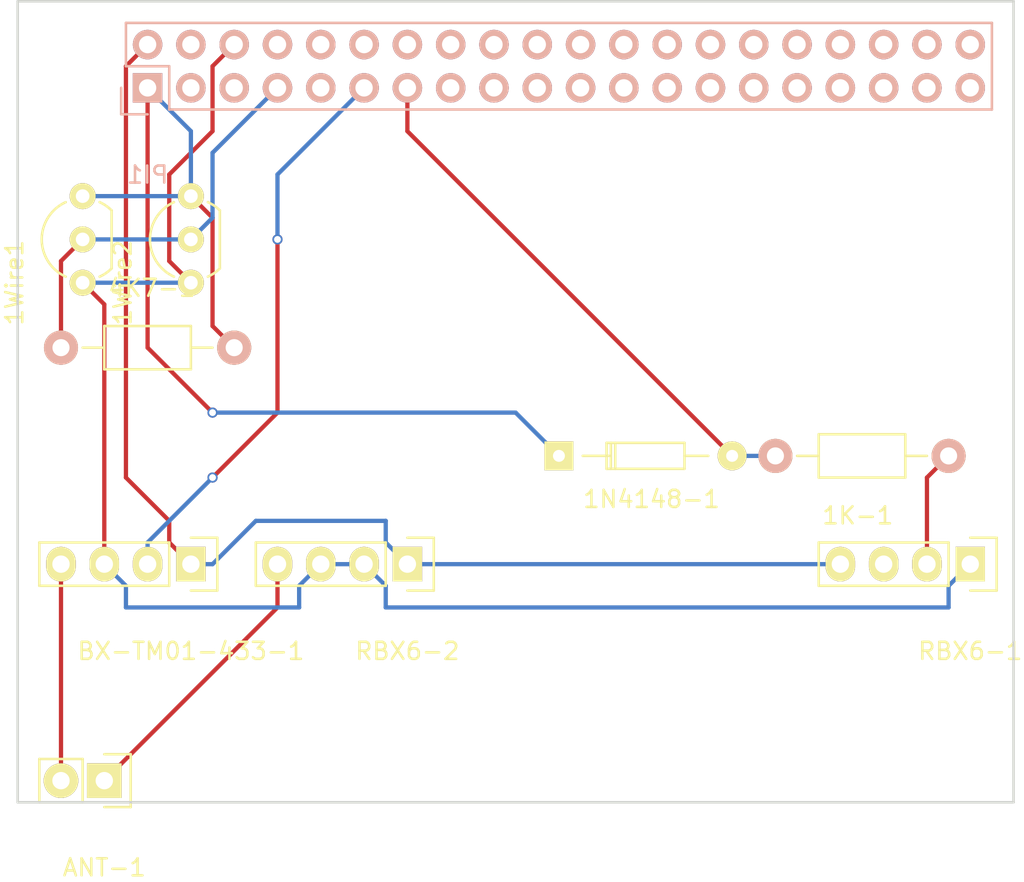
<source format=kicad_pcb>
(kicad_pcb (version 4) (host pcbnew 4.0.0-rc1-stable)

  (general
    (links 22)
    (no_connects 0)
    (area -791.285001 -34.365001 -732.714999 12.775001)
    (thickness 1.6)
    (drawings 4)
    (tracks 67)
    (zones 0)
    (modules 10)
    (nets 45)
  )

  (page A)
  (layers
    (0 F.Cu signal)
    (31 B.Cu signal)
    (32 B.Adhes user)
    (33 F.Adhes user)
    (34 B.Paste user)
    (35 F.Paste user)
    (36 B.SilkS user)
    (37 F.SilkS user)
    (38 B.Mask user)
    (39 F.Mask user)
    (40 Dwgs.User user)
    (41 Cmts.User user)
    (42 Eco1.User user)
    (43 Eco2.User user)
    (44 Edge.Cuts user)
    (45 Margin user)
    (46 B.CrtYd user)
    (47 F.CrtYd user)
    (48 B.Fab user)
    (49 F.Fab user)
  )

  (setup
    (last_trace_width 0.25)
    (trace_clearance 0.2)
    (zone_clearance 0.508)
    (zone_45_only no)
    (trace_min 0.2)
    (segment_width 0.2)
    (edge_width 0.15)
    (via_size 0.6)
    (via_drill 0.4)
    (via_min_size 0.4)
    (via_min_drill 0.3)
    (uvia_size 0.3)
    (uvia_drill 0.1)
    (uvias_allowed no)
    (uvia_min_size 0.2)
    (uvia_min_drill 0.1)
    (pcb_text_width 0.3)
    (pcb_text_size 1.5 1.5)
    (mod_edge_width 0.15)
    (mod_text_size 1 1)
    (mod_text_width 0.15)
    (pad_size 1.524 1.524)
    (pad_drill 0.762)
    (pad_to_mask_clearance 0.2)
    (aux_axis_origin 0 0)
    (visible_elements 7FFFFFFF)
    (pcbplotparams
      (layerselection 0x00030_80000001)
      (usegerberextensions false)
      (excludeedgelayer true)
      (linewidth 0.100000)
      (plotframeref false)
      (viasonmask false)
      (mode 1)
      (useauxorigin false)
      (hpglpennumber 1)
      (hpglpenspeed 20)
      (hpglpendiameter 15)
      (hpglpenoverlay 2)
      (psnegative false)
      (psa4output false)
      (plotreference true)
      (plotvalue true)
      (plotinvisibletext false)
      (padsonsilk false)
      (subtractmaskfromsilk false)
      (outputformat 1)
      (mirror false)
      (drillshape 1)
      (scaleselection 1)
      (outputdirectory ""))
  )

  (net 0 "")
  (net 1 "Net-(1Wire1-Pad2)")
  (net 2 "Net-(1Wire1-Pad1)")
  (net 3 "Net-(RBX6-1-Pad3)")
  (net 4 "Net-(BX-TM01-433-1-Pad1)")
  (net 5 "Net-(BX-TM01-433-1-Pad2)")
  (net 6 "Net-(PI1-Pad3)")
  (net 7 "Net-(PI1-Pad4)")
  (net 8 "Net-(PI1-Pad5)")
  (net 9 "Net-(PI1-Pad8)")
  (net 10 "Net-(PI1-Pad9)")
  (net 11 "Net-(PI1-Pad10)")
  (net 12 "Net-(PI1-Pad12)")
  (net 13 "Net-(PI1-Pad14)")
  (net 14 "Net-(PI1-Pad15)")
  (net 15 "Net-(PI1-Pad16)")
  (net 16 "Net-(PI1-Pad17)")
  (net 17 "Net-(PI1-Pad18)")
  (net 18 "Net-(PI1-Pad19)")
  (net 19 "Net-(PI1-Pad20)")
  (net 20 "Net-(PI1-Pad21)")
  (net 21 "Net-(PI1-Pad22)")
  (net 22 "Net-(PI1-Pad23)")
  (net 23 "Net-(PI1-Pad24)")
  (net 24 "Net-(PI1-Pad25)")
  (net 25 "Net-(PI1-Pad26)")
  (net 26 "Net-(PI1-Pad27)")
  (net 27 "Net-(PI1-Pad28)")
  (net 28 "Net-(PI1-Pad29)")
  (net 29 "Net-(PI1-Pad30)")
  (net 30 "Net-(PI1-Pad31)")
  (net 31 "Net-(PI1-Pad32)")
  (net 32 "Net-(PI1-Pad33)")
  (net 33 "Net-(PI1-Pad34)")
  (net 34 "Net-(PI1-Pad35)")
  (net 35 "Net-(PI1-Pad36)")
  (net 36 "Net-(PI1-Pad37)")
  (net 37 "Net-(PI1-Pad38)")
  (net 38 "Net-(PI1-Pad39)")
  (net 39 "Net-(PI1-Pad40)")
  (net 40 "Net-(1K-1-Pad1)")
  (net 41 "Net-(1K-1-Pad2)")
  (net 42 "Net-(1N4148-1-Pad1)")
  (net 43 "Net-(ANT-1-Pad1)")
  (net 44 "Net-(ANT-1-Pad2)")

  (net_class Default "This is the default net class."
    (clearance 0.2)
    (trace_width 0.25)
    (via_dia 0.6)
    (via_drill 0.4)
    (uvia_dia 0.3)
    (uvia_drill 0.1)
    (add_net "Net-(1K-1-Pad1)")
    (add_net "Net-(1K-1-Pad2)")
    (add_net "Net-(1N4148-1-Pad1)")
    (add_net "Net-(1Wire1-Pad1)")
    (add_net "Net-(1Wire1-Pad2)")
    (add_net "Net-(ANT-1-Pad1)")
    (add_net "Net-(ANT-1-Pad2)")
    (add_net "Net-(BX-TM01-433-1-Pad1)")
    (add_net "Net-(BX-TM01-433-1-Pad2)")
    (add_net "Net-(PI1-Pad10)")
    (add_net "Net-(PI1-Pad12)")
    (add_net "Net-(PI1-Pad14)")
    (add_net "Net-(PI1-Pad15)")
    (add_net "Net-(PI1-Pad16)")
    (add_net "Net-(PI1-Pad17)")
    (add_net "Net-(PI1-Pad18)")
    (add_net "Net-(PI1-Pad19)")
    (add_net "Net-(PI1-Pad20)")
    (add_net "Net-(PI1-Pad21)")
    (add_net "Net-(PI1-Pad22)")
    (add_net "Net-(PI1-Pad23)")
    (add_net "Net-(PI1-Pad24)")
    (add_net "Net-(PI1-Pad25)")
    (add_net "Net-(PI1-Pad26)")
    (add_net "Net-(PI1-Pad27)")
    (add_net "Net-(PI1-Pad28)")
    (add_net "Net-(PI1-Pad29)")
    (add_net "Net-(PI1-Pad3)")
    (add_net "Net-(PI1-Pad30)")
    (add_net "Net-(PI1-Pad31)")
    (add_net "Net-(PI1-Pad32)")
    (add_net "Net-(PI1-Pad33)")
    (add_net "Net-(PI1-Pad34)")
    (add_net "Net-(PI1-Pad35)")
    (add_net "Net-(PI1-Pad36)")
    (add_net "Net-(PI1-Pad37)")
    (add_net "Net-(PI1-Pad38)")
    (add_net "Net-(PI1-Pad39)")
    (add_net "Net-(PI1-Pad4)")
    (add_net "Net-(PI1-Pad40)")
    (add_net "Net-(PI1-Pad5)")
    (add_net "Net-(PI1-Pad8)")
    (add_net "Net-(PI1-Pad9)")
    (add_net "Net-(RBX6-1-Pad3)")
  )

  (module Socket_Strips:Socket_Strip_Straight_1x04 (layer F.Cu) (tedit 561C638F) (tstamp 561C32F8)
    (at -781.05 -1.27 180)
    (descr "Through hole socket strip")
    (tags "socket strip")
    (path /561C5453)
    (fp_text reference BX-TM01-433-1 (at 0 -5.1 180) (layer F.SilkS)
      (effects (font (size 1 1) (thickness 0.15)))
    )
    (fp_text value BX-TM01-433 (at 0 -3.1 180) (layer F.Fab)
      (effects (font (size 1 1) (thickness 0.15)))
    )
    (fp_line (start -1.75 -1.75) (end -1.75 1.75) (layer F.CrtYd) (width 0.05))
    (fp_line (start 9.4 -1.75) (end 9.4 1.75) (layer F.CrtYd) (width 0.05))
    (fp_line (start -1.75 -1.75) (end 9.4 -1.75) (layer F.CrtYd) (width 0.05))
    (fp_line (start -1.75 1.75) (end 9.4 1.75) (layer F.CrtYd) (width 0.05))
    (fp_line (start 1.27 -1.27) (end 8.89 -1.27) (layer F.SilkS) (width 0.15))
    (fp_line (start 1.27 1.27) (end 8.89 1.27) (layer F.SilkS) (width 0.15))
    (fp_line (start -1.55 1.55) (end 0 1.55) (layer F.SilkS) (width 0.15))
    (fp_line (start 8.89 -1.27) (end 8.89 1.27) (layer F.SilkS) (width 0.15))
    (fp_line (start 1.27 1.27) (end 1.27 -1.27) (layer F.SilkS) (width 0.15))
    (fp_line (start 0 -1.55) (end -1.55 -1.55) (layer F.SilkS) (width 0.15))
    (fp_line (start -1.55 -1.55) (end -1.55 1.55) (layer F.SilkS) (width 0.15))
    (pad 1 thru_hole rect (at 0 0 180) (size 1.7272 2.032) (drill 1.016) (layers *.Cu *.Mask F.SilkS)
      (net 4 "Net-(BX-TM01-433-1-Pad1)"))
    (pad 2 thru_hole oval (at 2.54 0 180) (size 1.7272 2.032) (drill 1.016) (layers *.Cu *.Mask F.SilkS)
      (net 5 "Net-(BX-TM01-433-1-Pad2)"))
    (pad 3 thru_hole oval (at 5.08 0 180) (size 1.7272 2.032) (drill 1.016) (layers *.Cu *.Mask F.SilkS)
      (net 2 "Net-(1Wire1-Pad1)"))
    (pad 4 thru_hole oval (at 7.62 0 180) (size 1.7272 2.032) (drill 1.016) (layers *.Cu *.Mask F.SilkS)
      (net 44 "Net-(ANT-1-Pad2)"))
    (model Socket_Strips.3dshapes/Socket_Strip_Straight_1x04.wrl
      (at (xyz 0.15 0 0))
      (scale (xyz 1 1 1))
      (rotate (xyz 0 0 180))
    )
  )

  (module Socket_Strips:Socket_Strip_Straight_1x04 (layer F.Cu) (tedit 561C497B) (tstamp 561C3103)
    (at -735.33 -1.27 180)
    (descr "Through hole socket strip")
    (tags "socket strip")
    (path /561C5251)
    (fp_text reference RBX6-1 (at 0 -5.1 180) (layer F.SilkS)
      (effects (font (size 1 1) (thickness 0.15)))
    )
    (fp_text value RBX6 (at 0 -3.1 180) (layer F.Fab)
      (effects (font (size 1 1) (thickness 0.15)))
    )
    (fp_line (start -1.75 -1.75) (end -1.75 1.75) (layer F.CrtYd) (width 0.05))
    (fp_line (start 9.4 -1.75) (end 9.4 1.75) (layer F.CrtYd) (width 0.05))
    (fp_line (start -1.75 -1.75) (end 9.4 -1.75) (layer F.CrtYd) (width 0.05))
    (fp_line (start -1.75 1.75) (end 9.4 1.75) (layer F.CrtYd) (width 0.05))
    (fp_line (start 1.27 -1.27) (end 8.89 -1.27) (layer F.SilkS) (width 0.15))
    (fp_line (start 1.27 1.27) (end 8.89 1.27) (layer F.SilkS) (width 0.15))
    (fp_line (start -1.55 1.55) (end 0 1.55) (layer F.SilkS) (width 0.15))
    (fp_line (start 8.89 -1.27) (end 8.89 1.27) (layer F.SilkS) (width 0.15))
    (fp_line (start 1.27 1.27) (end 1.27 -1.27) (layer F.SilkS) (width 0.15))
    (fp_line (start 0 -1.55) (end -1.55 -1.55) (layer F.SilkS) (width 0.15))
    (fp_line (start -1.55 -1.55) (end -1.55 1.55) (layer F.SilkS) (width 0.15))
    (pad 1 thru_hole rect (at 0 0 180) (size 1.7272 2.032) (drill 1.016) (layers *.Cu *.Mask F.SilkS)
      (net 2 "Net-(1Wire1-Pad1)"))
    (pad 2 thru_hole oval (at 2.54 0 180) (size 1.7272 2.032) (drill 1.016) (layers *.Cu *.Mask F.SilkS)
      (net 40 "Net-(1K-1-Pad1)"))
    (pad 3 thru_hole oval (at 5.08 0 180) (size 1.7272 2.032) (drill 1.016) (layers *.Cu *.Mask F.SilkS)
      (net 3 "Net-(RBX6-1-Pad3)"))
    (pad 4 thru_hole oval (at 7.62 0 180) (size 1.7272 2.032) (drill 1.016) (layers *.Cu *.Mask F.SilkS)
      (net 4 "Net-(BX-TM01-433-1-Pad1)"))
    (model Socket_Strips.3dshapes/Socket_Strip_Straight_1x04.wrl
      (at (xyz 0.15 0 0))
      (scale (xyz 1 1 1))
      (rotate (xyz 0 0 180))
    )
  )

  (module Socket_Strips:Socket_Strip_Straight_1x04 (layer F.Cu) (tedit 561C4A03) (tstamp 561C315D)
    (at -768.35 -1.27 180)
    (descr "Through hole socket strip")
    (tags "socket strip")
    (path /561C52AD)
    (fp_text reference RBX6-2 (at 0 -5.1 180) (layer F.SilkS)
      (effects (font (size 1 1) (thickness 0.15)))
    )
    (fp_text value RBX6 (at 0 -3.1 180) (layer F.Fab)
      (effects (font (size 1 1) (thickness 0.15)))
    )
    (fp_line (start -1.75 -1.75) (end -1.75 1.75) (layer F.CrtYd) (width 0.05))
    (fp_line (start 9.4 -1.75) (end 9.4 1.75) (layer F.CrtYd) (width 0.05))
    (fp_line (start -1.75 -1.75) (end 9.4 -1.75) (layer F.CrtYd) (width 0.05))
    (fp_line (start -1.75 1.75) (end 9.4 1.75) (layer F.CrtYd) (width 0.05))
    (fp_line (start 1.27 -1.27) (end 8.89 -1.27) (layer F.SilkS) (width 0.15))
    (fp_line (start 1.27 1.27) (end 8.89 1.27) (layer F.SilkS) (width 0.15))
    (fp_line (start -1.55 1.55) (end 0 1.55) (layer F.SilkS) (width 0.15))
    (fp_line (start 8.89 -1.27) (end 8.89 1.27) (layer F.SilkS) (width 0.15))
    (fp_line (start 1.27 1.27) (end 1.27 -1.27) (layer F.SilkS) (width 0.15))
    (fp_line (start 0 -1.55) (end -1.55 -1.55) (layer F.SilkS) (width 0.15))
    (fp_line (start -1.55 -1.55) (end -1.55 1.55) (layer F.SilkS) (width 0.15))
    (pad 1 thru_hole rect (at 0 0 180) (size 1.7272 2.032) (drill 1.016) (layers *.Cu *.Mask F.SilkS)
      (net 4 "Net-(BX-TM01-433-1-Pad1)"))
    (pad 2 thru_hole oval (at 2.54 0 180) (size 1.7272 2.032) (drill 1.016) (layers *.Cu *.Mask F.SilkS)
      (net 2 "Net-(1Wire1-Pad1)"))
    (pad 3 thru_hole oval (at 5.08 0 180) (size 1.7272 2.032) (drill 1.016) (layers *.Cu *.Mask F.SilkS)
      (net 2 "Net-(1Wire1-Pad1)"))
    (pad 4 thru_hole oval (at 7.62 0 180) (size 1.7272 2.032) (drill 1.016) (layers *.Cu *.Mask F.SilkS)
      (net 43 "Net-(ANT-1-Pad1)"))
    (model Socket_Strips.3dshapes/Socket_Strip_Straight_1x04.wrl
      (at (xyz 0.15 0 0))
      (scale (xyz 1 1 1))
      (rotate (xyz 0 0 180))
    )
  )

  (module Socket_Strips:Socket_Strip_Straight_2x20 (layer B.Cu) (tedit 561C6311) (tstamp 561C318A)
    (at -783.59 -29.21)
    (descr "Through hole socket strip")
    (tags "socket strip")
    (path /561C5212)
    (fp_text reference PI1 (at 0 5.1) (layer B.SilkS)
      (effects (font (size 1 1) (thickness 0.15)) (justify mirror))
    )
    (fp_text value PI (at 0 3.1) (layer B.Fab)
      (effects (font (size 1 1) (thickness 0.15)) (justify mirror))
    )
    (fp_line (start -1.75 1.75) (end -1.75 -4.3) (layer B.CrtYd) (width 0.05))
    (fp_line (start 50.05 1.75) (end 50.05 -4.3) (layer B.CrtYd) (width 0.05))
    (fp_line (start -1.75 1.75) (end 50.05 1.75) (layer B.CrtYd) (width 0.05))
    (fp_line (start -1.75 -4.3) (end 50.05 -4.3) (layer B.CrtYd) (width 0.05))
    (fp_line (start 49.53 -3.81) (end -1.27 -3.81) (layer B.SilkS) (width 0.15))
    (fp_line (start 1.27 1.27) (end 49.53 1.27) (layer B.SilkS) (width 0.15))
    (fp_line (start 49.53 -3.81) (end 49.53 1.27) (layer B.SilkS) (width 0.15))
    (fp_line (start -1.27 -3.81) (end -1.27 -1.27) (layer B.SilkS) (width 0.15))
    (fp_line (start 0 1.55) (end -1.55 1.55) (layer B.SilkS) (width 0.15))
    (fp_line (start -1.27 -1.27) (end 1.27 -1.27) (layer B.SilkS) (width 0.15))
    (fp_line (start 1.27 -1.27) (end 1.27 1.27) (layer B.SilkS) (width 0.15))
    (fp_line (start -1.55 1.55) (end -1.55 0) (layer B.SilkS) (width 0.15))
    (pad 1 thru_hole rect (at 0 0) (size 1.7272 1.7272) (drill 1.016) (layers *.Cu *.Mask B.SilkS)
      (net 42 "Net-(1N4148-1-Pad1)"))
    (pad 2 thru_hole oval (at 0 -2.54) (size 1.7272 1.7272) (drill 1.016) (layers *.Cu *.Mask B.SilkS)
      (net 4 "Net-(BX-TM01-433-1-Pad1)"))
    (pad 3 thru_hole oval (at 2.54 0) (size 1.7272 1.7272) (drill 1.016) (layers *.Cu *.Mask B.SilkS)
      (net 6 "Net-(PI1-Pad3)"))
    (pad 4 thru_hole oval (at 2.54 -2.54) (size 1.7272 1.7272) (drill 1.016) (layers *.Cu *.Mask B.SilkS)
      (net 7 "Net-(PI1-Pad4)"))
    (pad 5 thru_hole oval (at 5.08 0) (size 1.7272 1.7272) (drill 1.016) (layers *.Cu *.Mask B.SilkS)
      (net 8 "Net-(PI1-Pad5)"))
    (pad 6 thru_hole oval (at 5.08 -2.54) (size 1.7272 1.7272) (drill 1.016) (layers *.Cu *.Mask B.SilkS)
      (net 2 "Net-(1Wire1-Pad1)"))
    (pad 7 thru_hole oval (at 7.62 0) (size 1.7272 1.7272) (drill 1.016) (layers *.Cu *.Mask B.SilkS)
      (net 1 "Net-(1Wire1-Pad2)"))
    (pad 8 thru_hole oval (at 7.62 -2.54) (size 1.7272 1.7272) (drill 1.016) (layers *.Cu *.Mask B.SilkS)
      (net 9 "Net-(PI1-Pad8)"))
    (pad 9 thru_hole oval (at 10.16 0) (size 1.7272 1.7272) (drill 1.016) (layers *.Cu *.Mask B.SilkS)
      (net 10 "Net-(PI1-Pad9)"))
    (pad 10 thru_hole oval (at 10.16 -2.54) (size 1.7272 1.7272) (drill 1.016) (layers *.Cu *.Mask B.SilkS)
      (net 11 "Net-(PI1-Pad10)"))
    (pad 11 thru_hole oval (at 12.7 0) (size 1.7272 1.7272) (drill 1.016) (layers *.Cu *.Mask B.SilkS)
      (net 5 "Net-(BX-TM01-433-1-Pad2)"))
    (pad 12 thru_hole oval (at 12.7 -2.54) (size 1.7272 1.7272) (drill 1.016) (layers *.Cu *.Mask B.SilkS)
      (net 12 "Net-(PI1-Pad12)"))
    (pad 13 thru_hole oval (at 15.24 0) (size 1.7272 1.7272) (drill 1.016) (layers *.Cu *.Mask B.SilkS)
      (net 41 "Net-(1K-1-Pad2)"))
    (pad 14 thru_hole oval (at 15.24 -2.54) (size 1.7272 1.7272) (drill 1.016) (layers *.Cu *.Mask B.SilkS)
      (net 13 "Net-(PI1-Pad14)"))
    (pad 15 thru_hole oval (at 17.78 0) (size 1.7272 1.7272) (drill 1.016) (layers *.Cu *.Mask B.SilkS)
      (net 14 "Net-(PI1-Pad15)"))
    (pad 16 thru_hole oval (at 17.78 -2.54) (size 1.7272 1.7272) (drill 1.016) (layers *.Cu *.Mask B.SilkS)
      (net 15 "Net-(PI1-Pad16)"))
    (pad 17 thru_hole oval (at 20.32 0) (size 1.7272 1.7272) (drill 1.016) (layers *.Cu *.Mask B.SilkS)
      (net 16 "Net-(PI1-Pad17)"))
    (pad 18 thru_hole oval (at 20.32 -2.54) (size 1.7272 1.7272) (drill 1.016) (layers *.Cu *.Mask B.SilkS)
      (net 17 "Net-(PI1-Pad18)"))
    (pad 19 thru_hole oval (at 22.86 0) (size 1.7272 1.7272) (drill 1.016) (layers *.Cu *.Mask B.SilkS)
      (net 18 "Net-(PI1-Pad19)"))
    (pad 20 thru_hole oval (at 22.86 -2.54) (size 1.7272 1.7272) (drill 1.016) (layers *.Cu *.Mask B.SilkS)
      (net 19 "Net-(PI1-Pad20)"))
    (pad 21 thru_hole oval (at 25.4 0) (size 1.7272 1.7272) (drill 1.016) (layers *.Cu *.Mask B.SilkS)
      (net 20 "Net-(PI1-Pad21)"))
    (pad 22 thru_hole oval (at 25.4 -2.54) (size 1.7272 1.7272) (drill 1.016) (layers *.Cu *.Mask B.SilkS)
      (net 21 "Net-(PI1-Pad22)"))
    (pad 23 thru_hole oval (at 27.94 0) (size 1.7272 1.7272) (drill 1.016) (layers *.Cu *.Mask B.SilkS)
      (net 22 "Net-(PI1-Pad23)"))
    (pad 24 thru_hole oval (at 27.94 -2.54) (size 1.7272 1.7272) (drill 1.016) (layers *.Cu *.Mask B.SilkS)
      (net 23 "Net-(PI1-Pad24)"))
    (pad 25 thru_hole oval (at 30.48 0) (size 1.7272 1.7272) (drill 1.016) (layers *.Cu *.Mask B.SilkS)
      (net 24 "Net-(PI1-Pad25)"))
    (pad 26 thru_hole oval (at 30.48 -2.54) (size 1.7272 1.7272) (drill 1.016) (layers *.Cu *.Mask B.SilkS)
      (net 25 "Net-(PI1-Pad26)"))
    (pad 27 thru_hole oval (at 33.02 0) (size 1.7272 1.7272) (drill 1.016) (layers *.Cu *.Mask B.SilkS)
      (net 26 "Net-(PI1-Pad27)"))
    (pad 28 thru_hole oval (at 33.02 -2.54) (size 1.7272 1.7272) (drill 1.016) (layers *.Cu *.Mask B.SilkS)
      (net 27 "Net-(PI1-Pad28)"))
    (pad 29 thru_hole oval (at 35.56 0) (size 1.7272 1.7272) (drill 1.016) (layers *.Cu *.Mask B.SilkS)
      (net 28 "Net-(PI1-Pad29)"))
    (pad 30 thru_hole oval (at 35.56 -2.54) (size 1.7272 1.7272) (drill 1.016) (layers *.Cu *.Mask B.SilkS)
      (net 29 "Net-(PI1-Pad30)"))
    (pad 31 thru_hole oval (at 38.1 0) (size 1.7272 1.7272) (drill 1.016) (layers *.Cu *.Mask B.SilkS)
      (net 30 "Net-(PI1-Pad31)"))
    (pad 32 thru_hole oval (at 38.1 -2.54) (size 1.7272 1.7272) (drill 1.016) (layers *.Cu *.Mask B.SilkS)
      (net 31 "Net-(PI1-Pad32)"))
    (pad 33 thru_hole oval (at 40.64 0) (size 1.7272 1.7272) (drill 1.016) (layers *.Cu *.Mask B.SilkS)
      (net 32 "Net-(PI1-Pad33)"))
    (pad 34 thru_hole oval (at 40.64 -2.54) (size 1.7272 1.7272) (drill 1.016) (layers *.Cu *.Mask B.SilkS)
      (net 33 "Net-(PI1-Pad34)"))
    (pad 35 thru_hole oval (at 43.18 0) (size 1.7272 1.7272) (drill 1.016) (layers *.Cu *.Mask B.SilkS)
      (net 34 "Net-(PI1-Pad35)"))
    (pad 36 thru_hole oval (at 43.18 -2.54) (size 1.7272 1.7272) (drill 1.016) (layers *.Cu *.Mask B.SilkS)
      (net 35 "Net-(PI1-Pad36)"))
    (pad 37 thru_hole oval (at 45.72 0) (size 1.7272 1.7272) (drill 1.016) (layers *.Cu *.Mask B.SilkS)
      (net 36 "Net-(PI1-Pad37)"))
    (pad 38 thru_hole oval (at 45.72 -2.54) (size 1.7272 1.7272) (drill 1.016) (layers *.Cu *.Mask B.SilkS)
      (net 37 "Net-(PI1-Pad38)"))
    (pad 39 thru_hole oval (at 48.26 0) (size 1.7272 1.7272) (drill 1.016) (layers *.Cu *.Mask B.SilkS)
      (net 38 "Net-(PI1-Pad39)"))
    (pad 40 thru_hole oval (at 48.26 -2.54) (size 1.7272 1.7272) (drill 1.016) (layers *.Cu *.Mask B.SilkS)
      (net 39 "Net-(PI1-Pad40)"))
    (model Socket_Strips.3dshapes/Socket_Strip_Straight_2x20.wrl
      (at (xyz 0.95 -0.05 0))
      (scale (xyz 1 1 1))
      (rotate (xyz 0 0 180))
    )
  )

  (module Resistors_ThroughHole:Resistor_Horizontal_RM10mm (layer F.Cu) (tedit 561C441A) (tstamp 561C410C)
    (at -741.68 -7.62 180)
    (descr "Resistor, Axial,  RM 10mm, 1/3W,")
    (tags "Resistor, Axial, RM 10mm, 1/3W,")
    (path /561C552B)
    (fp_text reference 1K-1 (at 0.24892 -3.50012 180) (layer F.SilkS)
      (effects (font (size 1 1) (thickness 0.15)))
    )
    (fp_text value 1K (at 3.81 3.81 180) (layer F.Fab)
      (effects (font (size 1 1) (thickness 0.15)))
    )
    (fp_line (start -2.54 -1.27) (end 2.54 -1.27) (layer F.SilkS) (width 0.15))
    (fp_line (start 2.54 -1.27) (end 2.54 1.27) (layer F.SilkS) (width 0.15))
    (fp_line (start 2.54 1.27) (end -2.54 1.27) (layer F.SilkS) (width 0.15))
    (fp_line (start -2.54 1.27) (end -2.54 -1.27) (layer F.SilkS) (width 0.15))
    (fp_line (start -2.54 0) (end -3.81 0) (layer F.SilkS) (width 0.15))
    (fp_line (start 2.54 0) (end 3.81 0) (layer F.SilkS) (width 0.15))
    (pad 1 thru_hole circle (at -5.08 0 180) (size 1.99898 1.99898) (drill 1.00076) (layers *.Cu *.SilkS *.Mask)
      (net 40 "Net-(1K-1-Pad1)"))
    (pad 2 thru_hole circle (at 5.08 0 180) (size 1.99898 1.99898) (drill 1.00076) (layers *.Cu *.SilkS *.Mask)
      (net 41 "Net-(1K-1-Pad2)"))
    (model Resistors_ThroughHole.3dshapes/Resistor_Horizontal_RM10mm.wrl
      (at (xyz 0 0 0))
      (scale (xyz 0.4 0.4 0.4))
      (rotate (xyz 0 0 0))
    )
  )

  (module Diodes_ThroughHole:Diode_DO-35_SOD27_Horizontal_RM10 (layer F.Cu) (tedit 561C63E8) (tstamp 561C4147)
    (at -759.46 -7.62)
    (descr "Diode, DO-35,  SOD27, Horizontal, RM 10mm")
    (tags "Diode, DO-35, SOD27, Horizontal, RM 10mm, 1N4148,")
    (path /561C55BD)
    (fp_text reference 1N4148-1 (at 5.43052 2.53746) (layer F.SilkS)
      (effects (font (size 1 1) (thickness 0.15)))
    )
    (fp_text value 1N4148 (at 4.41452 -3.55854) (layer F.Fab)
      (effects (font (size 1 1) (thickness 0.15)))
    )
    (fp_line (start 7.36652 -0.00254) (end 8.76352 -0.00254) (layer F.SilkS) (width 0.15))
    (fp_line (start 2.92152 -0.00254) (end 1.39752 -0.00254) (layer F.SilkS) (width 0.15))
    (fp_line (start 3.30252 -0.76454) (end 3.30252 0.75946) (layer F.SilkS) (width 0.15))
    (fp_line (start 3.04852 -0.76454) (end 3.04852 0.75946) (layer F.SilkS) (width 0.15))
    (fp_line (start 2.79452 -0.00254) (end 2.79452 0.75946) (layer F.SilkS) (width 0.15))
    (fp_line (start 2.79452 0.75946) (end 7.36652 0.75946) (layer F.SilkS) (width 0.15))
    (fp_line (start 7.36652 0.75946) (end 7.36652 -0.76454) (layer F.SilkS) (width 0.15))
    (fp_line (start 7.36652 -0.76454) (end 2.79452 -0.76454) (layer F.SilkS) (width 0.15))
    (fp_line (start 2.79452 -0.76454) (end 2.79452 -0.00254) (layer F.SilkS) (width 0.15))
    (pad 2 thru_hole circle (at 10.16052 -0.00254 180) (size 1.69926 1.69926) (drill 0.70104) (layers *.Cu *.Mask F.SilkS)
      (net 41 "Net-(1K-1-Pad2)"))
    (pad 1 thru_hole rect (at 0.00052 -0.00254 180) (size 1.69926 1.69926) (drill 0.70104) (layers *.Cu *.Mask F.SilkS)
      (net 42 "Net-(1N4148-1-Pad1)"))
    (model Diodes_ThroughHole.3dshapes/Diode_DO-35_SOD27_Horizontal_RM10.wrl
      (at (xyz 0.2 0 0))
      (scale (xyz 0.4 0.4 0.4))
      (rotate (xyz 0 0 180))
    )
  )

  (module Housings_TO-92:TO-92_Inline_Wide (layer F.Cu) (tedit 561C4769) (tstamp 561C42ED)
    (at -787.4 -17.78 90)
    (descr "TO-92 leads in-line, wide, drill 0.8mm (see NXP sot054_po.pdf)")
    (tags "to-92 sc-43 sc-43a sot54 PA33 transistor")
    (path /561C6A82)
    (fp_text reference 1Wire1 (at 0 -4 90) (layer F.SilkS)
      (effects (font (size 1 1) (thickness 0.15)))
    )
    (fp_text value 1wire1 (at 0 3 90) (layer F.Fab)
      (effects (font (size 1 1) (thickness 0.15)))
    )
    (fp_arc (start 2.54 0) (end 0.84 1.7) (angle 20.5) (layer F.SilkS) (width 0.15))
    (fp_arc (start 2.54 0) (end 4.24 1.7) (angle -20.5) (layer F.SilkS) (width 0.15))
    (fp_line (start -1 1.95) (end -1 -2.65) (layer F.CrtYd) (width 0.05))
    (fp_line (start -1 1.95) (end 6.1 1.95) (layer F.CrtYd) (width 0.05))
    (fp_line (start 0.84 1.7) (end 4.24 1.7) (layer F.SilkS) (width 0.15))
    (fp_arc (start 2.54 0) (end 2.54 -2.4) (angle -65.55604127) (layer F.SilkS) (width 0.15))
    (fp_arc (start 2.54 0) (end 2.54 -2.4) (angle 65.55604127) (layer F.SilkS) (width 0.15))
    (fp_line (start -1 -2.65) (end 6.1 -2.65) (layer F.CrtYd) (width 0.05))
    (fp_line (start 6.1 1.95) (end 6.1 -2.65) (layer F.CrtYd) (width 0.05))
    (pad 2 thru_hole circle (at 2.54 0 180) (size 1.524 1.524) (drill 0.8) (layers *.Cu *.Mask F.SilkS)
      (net 1 "Net-(1Wire1-Pad2)"))
    (pad 3 thru_hole circle (at 5.08 0 180) (size 1.524 1.524) (drill 0.8) (layers *.Cu *.Mask F.SilkS)
      (net 42 "Net-(1N4148-1-Pad1)"))
    (pad 1 thru_hole circle (at 0 0 180) (size 1.524 1.524) (drill 0.8) (layers *.Cu *.Mask F.SilkS)
      (net 2 "Net-(1Wire1-Pad1)"))
    (model Housings_TO-92.3dshapes/TO-92_Inline_Wide.wrl
      (at (xyz 0.1 0 0))
      (scale (xyz 1 1 1))
      (rotate (xyz 0 0 -90))
    )
  )

  (module Resistors_ThroughHole:Resistor_Horizontal_RM10mm (layer F.Cu) (tedit 561C6506) (tstamp 561C44BA)
    (at -783.59 -13.97)
    (descr "Resistor, Axial,  RM 10mm, 1/3W,")
    (tags "Resistor, Axial, RM 10mm, 1/3W,")
    (path /561C6C6F)
    (fp_text reference 4K7-1 (at 0.24892 -3.50012) (layer F.SilkS)
      (effects (font (size 1 1) (thickness 0.15)))
    )
    (fp_text value 4.7k (at 3.81 3.81) (layer F.Fab)
      (effects (font (size 1 1) (thickness 0.15)))
    )
    (fp_line (start -2.54 -1.27) (end 2.54 -1.27) (layer F.SilkS) (width 0.15))
    (fp_line (start 2.54 -1.27) (end 2.54 1.27) (layer F.SilkS) (width 0.15))
    (fp_line (start 2.54 1.27) (end -2.54 1.27) (layer F.SilkS) (width 0.15))
    (fp_line (start -2.54 1.27) (end -2.54 -1.27) (layer F.SilkS) (width 0.15))
    (fp_line (start -2.54 0) (end -3.81 0) (layer F.SilkS) (width 0.15))
    (fp_line (start 2.54 0) (end 3.81 0) (layer F.SilkS) (width 0.15))
    (pad 1 thru_hole circle (at -5.08 0) (size 1.99898 1.99898) (drill 1.00076) (layers *.Cu *.SilkS *.Mask)
      (net 1 "Net-(1Wire1-Pad2)"))
    (pad 2 thru_hole circle (at 5.08 0) (size 1.99898 1.99898) (drill 1.00076) (layers *.Cu *.SilkS *.Mask)
      (net 42 "Net-(1N4148-1-Pad1)"))
    (model Resistors_ThroughHole.3dshapes/Resistor_Horizontal_RM10mm.wrl
      (at (xyz 0 0 0))
      (scale (xyz 0.4 0.4 0.4))
      (rotate (xyz 0 0 0))
    )
  )

  (module TO_SOT_Packages_THT:TO-92_Inline_Wide (layer F.Cu) (tedit 561C4788) (tstamp 561C4709)
    (at -781.05 -17.78 90)
    (descr "TO-92 leads in-line, wide, drill 0.8mm (see NXP sot054_po.pdf)")
    (tags "to-92 sc-43 sc-43a sot54 PA33 transistor")
    (path /561C6B2E)
    (fp_text reference 1Wire2 (at 0 -4 90) (layer F.SilkS)
      (effects (font (size 1 1) (thickness 0.15)))
    )
    (fp_text value 1wire2 (at 0 3 90) (layer F.Fab)
      (effects (font (size 1 1) (thickness 0.15)))
    )
    (fp_arc (start 2.54 0) (end 0.84 1.7) (angle 20.5) (layer F.SilkS) (width 0.15))
    (fp_arc (start 2.54 0) (end 4.24 1.7) (angle -20.5) (layer F.SilkS) (width 0.15))
    (fp_line (start -1 1.95) (end -1 -2.65) (layer F.CrtYd) (width 0.05))
    (fp_line (start -1 1.95) (end 6.1 1.95) (layer F.CrtYd) (width 0.05))
    (fp_line (start 0.84 1.7) (end 4.24 1.7) (layer F.SilkS) (width 0.15))
    (fp_arc (start 2.54 0) (end 2.54 -2.4) (angle -65.55604127) (layer F.SilkS) (width 0.15))
    (fp_arc (start 2.54 0) (end 2.54 -2.4) (angle 65.55604127) (layer F.SilkS) (width 0.15))
    (fp_line (start -1 -2.65) (end 6.1 -2.65) (layer F.CrtYd) (width 0.05))
    (fp_line (start 6.1 1.95) (end 6.1 -2.65) (layer F.CrtYd) (width 0.05))
    (pad 2 thru_hole circle (at 2.54 0 180) (size 1.524 1.524) (drill 0.8) (layers *.Cu *.Mask F.SilkS)
      (net 1 "Net-(1Wire1-Pad2)"))
    (pad 3 thru_hole circle (at 5.08 0 180) (size 1.524 1.524) (drill 0.8) (layers *.Cu *.Mask F.SilkS)
      (net 42 "Net-(1N4148-1-Pad1)"))
    (pad 1 thru_hole circle (at 0 0 180) (size 1.524 1.524) (drill 0.8) (layers *.Cu *.Mask F.SilkS)
      (net 2 "Net-(1Wire1-Pad1)"))
    (model TO_SOT_Packages_THT.3dshapes/TO-92_Inline_Wide.wrl
      (at (xyz 0.1 0 0))
      (scale (xyz 1 1 1))
      (rotate (xyz 0 0 -90))
    )
  )

  (module Socket_Strips:Socket_Strip_Straight_1x02 (layer F.Cu) (tedit 561C6431) (tstamp 561C563C)
    (at -786.13 11.43 180)
    (descr "Through hole socket strip")
    (tags "socket strip")
    (path /561C682C)
    (fp_text reference ANT-1 (at 0 -5.1 180) (layer F.SilkS)
      (effects (font (size 1 1) (thickness 0.15)))
    )
    (fp_text value ANT (at 0 -3.1 180) (layer F.Fab)
      (effects (font (size 1 1) (thickness 0.15)))
    )
    (fp_line (start -1.55 1.55) (end 0 1.55) (layer F.SilkS) (width 0.15))
    (fp_line (start 3.81 1.27) (end 1.27 1.27) (layer F.SilkS) (width 0.15))
    (fp_line (start -1.75 -1.75) (end -1.75 1.75) (layer F.CrtYd) (width 0.05))
    (fp_line (start 4.3 -1.75) (end 4.3 1.75) (layer F.CrtYd) (width 0.05))
    (fp_line (start -1.75 -1.75) (end 4.3 -1.75) (layer F.CrtYd) (width 0.05))
    (fp_line (start -1.75 1.75) (end 4.3 1.75) (layer F.CrtYd) (width 0.05))
    (fp_line (start 1.27 1.27) (end 1.27 -1.27) (layer F.SilkS) (width 0.15))
    (fp_line (start 0 -1.55) (end -1.55 -1.55) (layer F.SilkS) (width 0.15))
    (fp_line (start -1.55 -1.55) (end -1.55 1.55) (layer F.SilkS) (width 0.15))
    (fp_line (start 1.27 -1.27) (end 3.81 -1.27) (layer F.SilkS) (width 0.15))
    (fp_line (start 3.81 -1.27) (end 3.81 1.27) (layer F.SilkS) (width 0.15))
    (pad 1 thru_hole rect (at 0 0 180) (size 2.032 2.032) (drill 1.016) (layers *.Cu *.Mask F.SilkS)
      (net 43 "Net-(ANT-1-Pad1)"))
    (pad 2 thru_hole oval (at 2.54 0 180) (size 2.032 2.032) (drill 1.016) (layers *.Cu *.Mask F.SilkS)
      (net 44 "Net-(ANT-1-Pad2)"))
    (model Socket_Strips.3dshapes/Socket_Strip_Straight_1x02.wrl
      (at (xyz 0.05 0 0))
      (scale (xyz 1 1 1))
      (rotate (xyz 0 0 180))
    )
  )

  (gr_line (start -791.21 12.7) (end -791.21 -34.29) (angle 90) (layer Edge.Cuts) (width 0.15))
  (gr_line (start -732.79 12.7) (end -791.21 12.7) (angle 90) (layer Edge.Cuts) (width 0.15))
  (gr_line (start -732.79 -34.29) (end -732.79 12.7) (angle 90) (layer Edge.Cuts) (width 0.15))
  (gr_line (start -791.21 -34.29) (end -732.79 -34.29) (angle 90) (layer Edge.Cuts) (width 0.15))

  (segment (start -781.05 -20.32) (end -779.78 -21.59) (width 0.25) (layer B.Cu) (net 1) (status 80000))
  (segment (start -779.78 -21.59) (end -779.78 -25.4) (width 0.25) (layer B.Cu) (net 1) (status 80000))
  (segment (start -779.78 -25.4) (end -775.97 -29.21) (width 0.25) (layer B.Cu) (net 1) (status 80000))
  (segment (start -787.4 -20.32) (end -788.67 -19.05) (width 0.25) (layer F.Cu) (net 1) (status 80000))
  (segment (start -788.67 -19.05) (end -788.67 -13.97) (width 0.25) (layer F.Cu) (net 1) (status 80000))
  (segment (start -787.4 -20.32) (end -781.05 -20.32) (width 0.25) (layer B.Cu) (net 1) (status 80000))
  (segment (start -770.89 -1.27) (end -769.62 0) (width 0.25) (layer B.Cu) (net 2) (status 80000))
  (segment (start -769.62 0) (end -769.62 1.27) (width 0.25) (layer B.Cu) (net 2) (status 80000))
  (segment (start -769.62 1.27) (end -736.6 1.27) (width 0.25) (layer B.Cu) (net 2) (status 80000))
  (segment (start -736.6 1.27) (end -736.6 0) (width 0.25) (layer B.Cu) (net 2) (status 80000))
  (segment (start -736.6 0) (end -735.33 -1.27) (width 0.25) (layer B.Cu) (net 2) (status 80000))
  (segment (start -781.05 -17.78) (end -782.32 -19.05) (width 0.25) (layer F.Cu) (net 2) (status 80000))
  (segment (start -782.32 -19.05) (end -782.32 -24.13) (width 0.25) (layer F.Cu) (net 2) (status 80000))
  (segment (start -782.32 -24.13) (end -779.78 -26.67) (width 0.25) (layer F.Cu) (net 2) (status 80000))
  (segment (start -779.78 -26.67) (end -779.78 -30.48) (width 0.25) (layer F.Cu) (net 2) (status 80000))
  (segment (start -779.78 -30.48) (end -778.51 -31.75) (width 0.25) (layer F.Cu) (net 2) (status 80000))
  (segment (start -787.4 -17.78) (end -786.13 -16.51) (width 0.25) (layer F.Cu) (net 2) (status 80000))
  (segment (start -786.13 -16.51) (end -786.13 -1.27) (width 0.25) (layer F.Cu) (net 2) (status 80000))
  (segment (start -786.13 -1.27) (end -784.86 0) (width 0.25) (layer B.Cu) (net 2) (status 80000))
  (segment (start -784.86 0) (end -784.86 1.27) (width 0.25) (layer B.Cu) (net 2) (status 80000))
  (segment (start -784.86 1.27) (end -774.7 1.27) (width 0.25) (layer B.Cu) (net 2) (status 80000))
  (segment (start -774.7 1.27) (end -774.7 0) (width 0.25) (layer B.Cu) (net 2) (status 80000))
  (segment (start -774.7 0) (end -773.43 -1.27) (width 0.25) (layer B.Cu) (net 2) (status 80000))
  (segment (start -781.05 -17.78) (end -787.4 -17.78) (width 0.25) (layer B.Cu) (net 2) (status 80000))
  (segment (start -773.43 -1.27) (end -770.89 -1.27) (width 0.25) (layer B.Cu) (net 2) (status 80000))
  (segment (start -781.05 -1.27) (end -782.32 -2.54) (width 0.25) (layer F.Cu) (net 4) (status 80000))
  (segment (start -782.32 -2.54) (end -782.32 -3.81) (width 0.25) (layer F.Cu) (net 4) (status 80000))
  (segment (start -782.32 -3.81) (end -784.86 -6.35) (width 0.25) (layer F.Cu) (net 4) (status 80000))
  (segment (start -784.86 -6.35) (end -784.86 -30.48) (width 0.25) (layer F.Cu) (net 4) (status 80000))
  (segment (start -784.86 -30.48) (end -783.59 -31.75) (width 0.25) (layer F.Cu) (net 4) (status 80000))
  (segment (start -768.35 -1.27) (end -742.95 -1.27) (width 0.25) (layer B.Cu) (net 4) (status 80000))
  (segment (start -768.35 -1.27) (end -769.62 -2.54) (width 0.25) (layer B.Cu) (net 4) (status 80000))
  (segment (start -769.62 -2.54) (end -769.62 -3.81) (width 0.25) (layer B.Cu) (net 4) (status 80000))
  (segment (start -769.62 -3.81) (end -777.24 -3.81) (width 0.25) (layer B.Cu) (net 4) (status 80000))
  (segment (start -777.24 -3.81) (end -779.78 -1.27) (width 0.25) (layer B.Cu) (net 4) (status 80000))
  (segment (start -779.78 -1.27) (end -781.05 -1.27) (width 0.25) (layer B.Cu) (net 4) (status 80000))
  (segment (start -783.59 -1.27) (end -783.59 -2.54) (width 0.25) (layer B.Cu) (net 5) (status 80000))
  (segment (start -783.59 -2.54) (end -779.78 -6.35) (width 0.25) (layer B.Cu) (net 5) (status 80000))
  (via (at -779.78 -6.35) (size 0.6) (layers F.Cu B.Cu) (net 5) (status 80000))
  (segment (start -779.78 -6.35) (end -775.97 -10.16) (width 0.25) (layer F.Cu) (net 5) (status 80000))
  (segment (start -775.97 -10.16) (end -775.97 -20.32) (width 0.25) (layer F.Cu) (net 5) (status 80000))
  (via (at -775.97 -20.32) (size 0.6) (layers F.Cu B.Cu) (net 5) (status 80000))
  (segment (start -775.97 -20.32) (end -775.97 -24.13) (width 0.25) (layer B.Cu) (net 5) (status 80000))
  (segment (start -775.97 -24.13) (end -770.89 -29.21) (width 0.25) (layer B.Cu) (net 5) (status 80000))
  (segment (start -736.6 -7.62) (end -737.87 -6.35) (width 0.25) (layer F.Cu) (net 40) (status 80000))
  (segment (start -737.87 -6.35) (end -737.87 -1.27) (width 0.25) (layer F.Cu) (net 40) (status 80000))
  (segment (start -749.29948 -7.62254) (end -749.3 -7.62) (width 0.25) (layer F.Cu) (net 41) (status 80000))
  (segment (start -749.3 -7.62) (end -768.35 -26.67) (width 0.25) (layer F.Cu) (net 41) (status 80000))
  (segment (start -768.35 -26.67) (end -768.35 -29.21) (width 0.25) (layer F.Cu) (net 41) (status 80000))
  (segment (start -749.29948 -7.62254) (end -749.3 -7.62) (width 0.25) (layer B.Cu) (net 41) (status 80000))
  (segment (start -746.76 -7.62) (end -749.3 -7.62) (width 0.25) (layer B.Cu) (net 41) (status 80000))
  (segment (start -749.3 -7.62) (end -749.29948 -7.62254) (width 0.25) (layer B.Cu) (net 41) (tstamp 561C6742) (status 80000))
  (segment (start -781.05 -22.86) (end -781.05 -26.67) (width 0.25) (layer B.Cu) (net 42) (status 80000))
  (segment (start -781.05 -26.67) (end -783.59 -29.21) (width 0.25) (layer B.Cu) (net 42) (status 80000))
  (segment (start -778.51 -13.97) (end -779.78 -15.24) (width 0.25) (layer F.Cu) (net 42) (status 80000))
  (segment (start -779.78 -15.24) (end -779.78 -21.59) (width 0.25) (layer F.Cu) (net 42) (status 80000))
  (segment (start -779.78 -21.59) (end -781.05 -22.86) (width 0.25) (layer F.Cu) (net 42) (status 80000))
  (segment (start -781.05 -22.86) (end -787.4 -22.86) (width 0.25) (layer B.Cu) (net 42) (status 80000))
  (segment (start -759.45948 -7.62254) (end -759.46 -7.62) (width 0.25) (layer B.Cu) (net 42) (status 80000))
  (segment (start -759.46 -7.62) (end -762 -10.16) (width 0.25) (layer B.Cu) (net 42) (status 80000))
  (segment (start -762 -10.16) (end -779.78 -10.16) (width 0.25) (layer B.Cu) (net 42) (status 80000))
  (via (at -779.78 -10.16) (size 0.6) (layers F.Cu B.Cu) (net 42) (status 80000))
  (segment (start -779.78 -10.16) (end -783.59 -13.97) (width 0.25) (layer F.Cu) (net 42) (status 80000))
  (segment (start -783.59 -13.97) (end -783.59 -29.21) (width 0.25) (layer F.Cu) (net 42) (status 80000))
  (segment (start -786.13 11.43) (end -775.97 1.27) (width 0.25) (layer F.Cu) (net 43) (status 80000))
  (segment (start -775.97 1.27) (end -775.97 -1.27) (width 0.25) (layer F.Cu) (net 43) (status 80000))
  (segment (start -788.67 11.43) (end -788.67 -1.27) (width 0.25) (layer F.Cu) (net 44) (status 80000))

)

</source>
